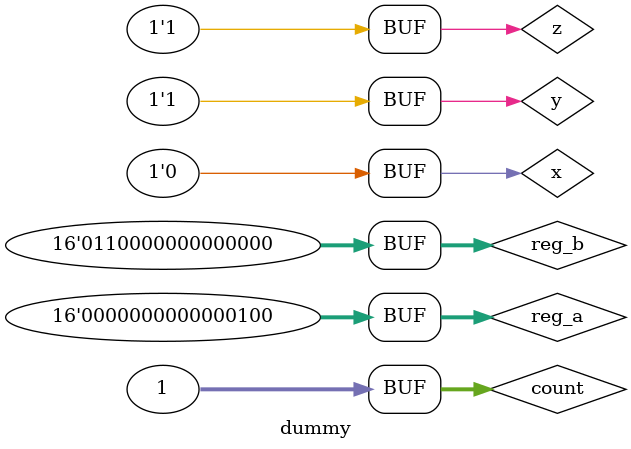
<source format=v>
module dummy;
reg x, y, z;
reg [15:0] reg_a, reg_b;
integer count;


//All behavioral statements must be inside an initial or always block
initial
begin
        x = 0; y = 1; z = 1; //Scalar assignments
        count = 0; //Assignment to integer variables
        reg_a = 16'b0; reg_b = reg_a; //initialize vectors

        reg_a[2] = #15 1; //Bit select assignment with delay
        reg_b[15:13] = #10 {x, y, z};//Assign result of concatenation to
                                     // part select of a vector
        count = count + 1; //Assignment to an integer (increment)
end

initial
        $monitor($time, 
        " x = %b, y = %b, z = %b, count = %0d, reg_a = %x, reg_b = %x",
				x, y, z, count, reg_a, reg_b);

endmodule

</source>
